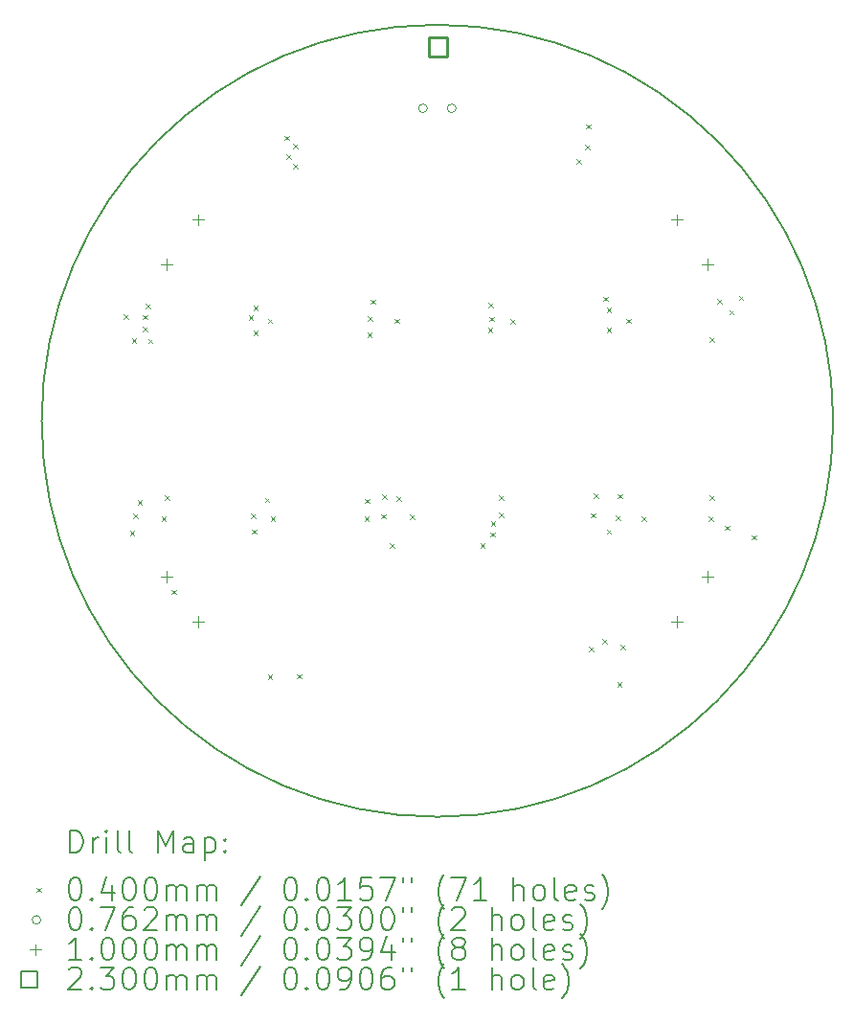
<source format=gbr>
%TF.GenerationSoftware,KiCad,Pcbnew,(6.0.7-1)-1*%
%TF.CreationDate,2022-10-21T21:52:49-07:00*%
%TF.ProjectId,ChristmasCountdown2022,43687269-7374-46d6-9173-436f756e7464,rev?*%
%TF.SameCoordinates,Original*%
%TF.FileFunction,Drillmap*%
%TF.FilePolarity,Positive*%
%FSLAX45Y45*%
G04 Gerber Fmt 4.5, Leading zero omitted, Abs format (unit mm)*
G04 Created by KiCad (PCBNEW (6.0.7-1)-1) date 2022-10-21 21:52:49*
%MOMM*%
%LPD*%
G01*
G04 APERTURE LIST*
%ADD10C,0.150000*%
%ADD11C,0.200000*%
%ADD12C,0.040000*%
%ADD13C,0.076200*%
%ADD14C,0.100000*%
%ADD15C,0.230000*%
G04 APERTURE END LIST*
D10*
X18500000Y-10000000D02*
G75*
G03*
X18500000Y-10000000I-3500000J0D01*
G01*
D11*
D12*
X12227550Y-9060000D02*
X12267550Y-9100000D01*
X12267550Y-9060000D02*
X12227550Y-9100000D01*
X12280000Y-10970000D02*
X12320000Y-11010000D01*
X12320000Y-10970000D02*
X12280000Y-11010000D01*
X12296650Y-9273375D02*
X12336650Y-9313375D01*
X12336650Y-9273375D02*
X12296650Y-9313375D01*
X12307550Y-10819453D02*
X12347550Y-10859453D01*
X12347550Y-10819453D02*
X12307550Y-10859453D01*
X12347500Y-10700000D02*
X12387500Y-10740000D01*
X12387500Y-10700000D02*
X12347500Y-10740000D01*
X12393196Y-9062470D02*
X12433196Y-9102470D01*
X12433196Y-9062470D02*
X12393196Y-9102470D01*
X12396285Y-9168020D02*
X12436285Y-9208020D01*
X12436285Y-9168020D02*
X12396285Y-9208020D01*
X12417051Y-8965409D02*
X12457051Y-9005409D01*
X12457051Y-8965409D02*
X12417051Y-9005409D01*
X12441600Y-9274740D02*
X12481600Y-9314740D01*
X12481600Y-9274740D02*
X12441600Y-9314740D01*
X12560000Y-10844950D02*
X12600000Y-10884950D01*
X12600000Y-10844950D02*
X12560000Y-10884950D01*
X12587500Y-10657500D02*
X12627500Y-10697500D01*
X12627500Y-10657500D02*
X12587500Y-10697500D01*
X12648449Y-11493474D02*
X12688449Y-11533474D01*
X12688449Y-11493474D02*
X12648449Y-11533474D01*
X13329537Y-9070596D02*
X13369537Y-9110596D01*
X13369537Y-9070596D02*
X13329537Y-9110596D01*
X13353053Y-10822019D02*
X13393053Y-10862019D01*
X13393053Y-10822019D02*
X13353053Y-10862019D01*
X13357500Y-10960000D02*
X13397500Y-11000000D01*
X13397500Y-10960000D02*
X13357500Y-11000000D01*
X13372500Y-8980000D02*
X13412500Y-9020000D01*
X13412500Y-8980000D02*
X13372500Y-9020000D01*
X13372500Y-9205000D02*
X13412500Y-9245000D01*
X13412500Y-9205000D02*
X13372500Y-9245000D01*
X13475000Y-10680000D02*
X13515000Y-10720000D01*
X13515000Y-10680000D02*
X13475000Y-10720000D01*
X13499950Y-9097906D02*
X13539950Y-9137906D01*
X13539950Y-9097906D02*
X13499950Y-9137906D01*
X13500000Y-12245000D02*
X13540000Y-12285000D01*
X13540000Y-12245000D02*
X13500000Y-12285000D01*
X13525000Y-10844950D02*
X13565000Y-10884950D01*
X13565000Y-10844950D02*
X13525000Y-10884950D01*
X13647500Y-7480000D02*
X13687500Y-7520000D01*
X13687500Y-7480000D02*
X13647500Y-7520000D01*
X13667058Y-7646836D02*
X13707058Y-7686836D01*
X13707058Y-7646836D02*
X13667058Y-7686836D01*
X13722500Y-7555000D02*
X13762500Y-7595000D01*
X13762500Y-7555000D02*
X13722500Y-7595000D01*
X13722500Y-7730000D02*
X13762500Y-7770000D01*
X13762500Y-7730000D02*
X13722500Y-7770000D01*
X13760000Y-12237500D02*
X13800000Y-12277500D01*
X13800000Y-12237500D02*
X13760000Y-12277500D01*
X14355000Y-10844950D02*
X14395000Y-10884950D01*
X14395000Y-10844950D02*
X14355000Y-10884950D01*
X14356230Y-10689950D02*
X14396230Y-10729950D01*
X14396230Y-10689950D02*
X14356230Y-10729950D01*
X14380000Y-9220000D02*
X14420000Y-9260000D01*
X14420000Y-9220000D02*
X14380000Y-9260000D01*
X14382255Y-9076099D02*
X14422255Y-9116099D01*
X14422255Y-9076099D02*
X14382255Y-9116099D01*
X14406538Y-8927567D02*
X14446538Y-8967567D01*
X14446538Y-8927567D02*
X14406538Y-8967567D01*
X14502500Y-10825000D02*
X14542500Y-10865000D01*
X14542500Y-10825000D02*
X14502500Y-10865000D01*
X14509235Y-10652550D02*
X14549235Y-10692550D01*
X14549235Y-10652550D02*
X14509235Y-10692550D01*
X14580000Y-11080000D02*
X14620000Y-11120000D01*
X14620000Y-11080000D02*
X14580000Y-11120000D01*
X14620000Y-9097950D02*
X14660000Y-9137950D01*
X14660000Y-9097950D02*
X14620000Y-9137950D01*
X14636330Y-10667990D02*
X14676330Y-10707990D01*
X14676330Y-10667990D02*
X14636330Y-10707990D01*
X14754611Y-10830000D02*
X14794611Y-10870000D01*
X14794611Y-10830000D02*
X14754611Y-10870000D01*
X15380000Y-11080000D02*
X15420000Y-11120000D01*
X15420000Y-11080000D02*
X15380000Y-11120000D01*
X15447500Y-9180000D02*
X15487500Y-9220000D01*
X15487500Y-9180000D02*
X15447500Y-9220000D01*
X15452201Y-8955000D02*
X15492201Y-8995000D01*
X15492201Y-8955000D02*
X15452201Y-8995000D01*
X15457500Y-9080000D02*
X15497500Y-9120000D01*
X15497500Y-9080000D02*
X15457500Y-9120000D01*
X15469409Y-10985044D02*
X15509409Y-11025044D01*
X15509409Y-10985044D02*
X15469409Y-11025044D01*
X15472109Y-10885130D02*
X15512109Y-10925130D01*
X15512109Y-10885130D02*
X15472109Y-10925130D01*
X15542450Y-10660000D02*
X15582450Y-10700000D01*
X15582450Y-10660000D02*
X15542450Y-10700000D01*
X15542785Y-10814454D02*
X15582785Y-10854454D01*
X15582785Y-10814454D02*
X15542785Y-10854454D01*
X15647500Y-9100000D02*
X15687500Y-9140000D01*
X15687500Y-9100000D02*
X15647500Y-9140000D01*
X16231255Y-7688745D02*
X16271255Y-7728745D01*
X16271255Y-7688745D02*
X16231255Y-7728745D01*
X16307500Y-7560000D02*
X16347500Y-7600000D01*
X16347500Y-7560000D02*
X16307500Y-7600000D01*
X16313984Y-7377874D02*
X16353984Y-7417874D01*
X16353984Y-7377874D02*
X16313984Y-7417874D01*
X16340000Y-11995000D02*
X16380000Y-12035000D01*
X16380000Y-11995000D02*
X16340000Y-12035000D01*
X16356319Y-10815050D02*
X16396319Y-10855050D01*
X16396319Y-10815050D02*
X16356319Y-10855050D01*
X16382500Y-10640050D02*
X16422500Y-10680050D01*
X16422500Y-10640050D02*
X16382500Y-10680050D01*
X16459950Y-11930000D02*
X16499950Y-11970000D01*
X16499950Y-11930000D02*
X16459950Y-11970000D01*
X16465379Y-8903035D02*
X16505379Y-8943035D01*
X16505379Y-8903035D02*
X16465379Y-8943035D01*
X16497500Y-9180000D02*
X16537500Y-9220000D01*
X16537500Y-9180000D02*
X16497500Y-9220000D01*
X16497500Y-10960000D02*
X16537500Y-11000000D01*
X16537500Y-10960000D02*
X16497500Y-11000000D01*
X16497550Y-8997666D02*
X16537550Y-9037666D01*
X16537550Y-8997666D02*
X16497550Y-9037666D01*
X16577529Y-10840050D02*
X16617529Y-10880050D01*
X16617529Y-10840050D02*
X16577529Y-10880050D01*
X16590000Y-12308450D02*
X16630000Y-12348450D01*
X16630000Y-12308450D02*
X16590000Y-12348450D01*
X16593679Y-10646219D02*
X16633679Y-10686219D01*
X16633679Y-10646219D02*
X16593679Y-10686219D01*
X16617500Y-11980000D02*
X16657500Y-12020000D01*
X16657500Y-11980000D02*
X16617500Y-12020000D01*
X16667500Y-9097950D02*
X16707500Y-9137950D01*
X16707500Y-9097950D02*
X16667500Y-9137950D01*
X16808381Y-10843438D02*
X16848381Y-10883438D01*
X16848381Y-10843438D02*
X16808381Y-10883438D01*
X17397500Y-10845000D02*
X17437500Y-10885000D01*
X17437500Y-10845000D02*
X17397500Y-10885000D01*
X17407550Y-9260000D02*
X17447550Y-9300000D01*
X17447550Y-9260000D02*
X17407550Y-9300000D01*
X17407550Y-10660000D02*
X17447550Y-10700000D01*
X17447550Y-10660000D02*
X17407550Y-10700000D01*
X17472584Y-8925400D02*
X17512584Y-8965400D01*
X17512584Y-8925400D02*
X17472584Y-8965400D01*
X17544950Y-10924950D02*
X17584950Y-10964950D01*
X17584950Y-10924950D02*
X17544950Y-10964950D01*
X17580000Y-9020000D02*
X17620000Y-9060000D01*
X17620000Y-9020000D02*
X17580000Y-9060000D01*
X17664569Y-8893050D02*
X17704569Y-8933050D01*
X17704569Y-8893050D02*
X17664569Y-8933050D01*
X17777500Y-11010000D02*
X17817500Y-11050000D01*
X17817500Y-11010000D02*
X17777500Y-11050000D01*
D13*
X14911100Y-7237801D02*
G75*
G03*
X14911100Y-7237801I-38100J0D01*
G01*
X15165100Y-7237801D02*
G75*
G03*
X15165100Y-7237801I-38100J0D01*
G01*
D14*
X12608000Y-8569000D02*
X12608000Y-8669000D01*
X12558000Y-8619000D02*
X12658000Y-8619000D01*
X12608000Y-11331000D02*
X12608000Y-11431000D01*
X12558000Y-11381000D02*
X12658000Y-11381000D01*
X12884000Y-8174000D02*
X12884000Y-8274000D01*
X12834000Y-8224000D02*
X12934000Y-8224000D01*
X12884000Y-11726000D02*
X12884000Y-11826000D01*
X12834000Y-11776000D02*
X12934000Y-11776000D01*
X17116000Y-8174000D02*
X17116000Y-8274000D01*
X17066000Y-8224000D02*
X17166000Y-8224000D01*
X17116000Y-11726000D02*
X17116000Y-11826000D01*
X17066000Y-11776000D02*
X17166000Y-11776000D01*
X17392000Y-8569000D02*
X17392000Y-8669000D01*
X17342000Y-8619000D02*
X17442000Y-8619000D01*
X17392000Y-11331000D02*
X17392000Y-11431000D01*
X17342000Y-11381000D02*
X17442000Y-11381000D01*
D15*
X15086318Y-6776318D02*
X15086318Y-6613682D01*
X14923682Y-6613682D01*
X14923682Y-6776318D01*
X15086318Y-6776318D01*
D11*
X11750119Y-13817976D02*
X11750119Y-13617976D01*
X11797738Y-13617976D01*
X11826309Y-13627500D01*
X11845357Y-13646548D01*
X11854881Y-13665595D01*
X11864405Y-13703690D01*
X11864405Y-13732262D01*
X11854881Y-13770357D01*
X11845357Y-13789405D01*
X11826309Y-13808452D01*
X11797738Y-13817976D01*
X11750119Y-13817976D01*
X11950119Y-13817976D02*
X11950119Y-13684643D01*
X11950119Y-13722738D02*
X11959643Y-13703690D01*
X11969167Y-13694167D01*
X11988214Y-13684643D01*
X12007262Y-13684643D01*
X12073928Y-13817976D02*
X12073928Y-13684643D01*
X12073928Y-13617976D02*
X12064405Y-13627500D01*
X12073928Y-13637024D01*
X12083452Y-13627500D01*
X12073928Y-13617976D01*
X12073928Y-13637024D01*
X12197738Y-13817976D02*
X12178690Y-13808452D01*
X12169167Y-13789405D01*
X12169167Y-13617976D01*
X12302500Y-13817976D02*
X12283452Y-13808452D01*
X12273928Y-13789405D01*
X12273928Y-13617976D01*
X12531071Y-13817976D02*
X12531071Y-13617976D01*
X12597738Y-13760833D01*
X12664405Y-13617976D01*
X12664405Y-13817976D01*
X12845357Y-13817976D02*
X12845357Y-13713214D01*
X12835833Y-13694167D01*
X12816786Y-13684643D01*
X12778690Y-13684643D01*
X12759643Y-13694167D01*
X12845357Y-13808452D02*
X12826309Y-13817976D01*
X12778690Y-13817976D01*
X12759643Y-13808452D01*
X12750119Y-13789405D01*
X12750119Y-13770357D01*
X12759643Y-13751309D01*
X12778690Y-13741786D01*
X12826309Y-13741786D01*
X12845357Y-13732262D01*
X12940595Y-13684643D02*
X12940595Y-13884643D01*
X12940595Y-13694167D02*
X12959643Y-13684643D01*
X12997738Y-13684643D01*
X13016786Y-13694167D01*
X13026309Y-13703690D01*
X13035833Y-13722738D01*
X13035833Y-13779881D01*
X13026309Y-13798928D01*
X13016786Y-13808452D01*
X12997738Y-13817976D01*
X12959643Y-13817976D01*
X12940595Y-13808452D01*
X13121548Y-13798928D02*
X13131071Y-13808452D01*
X13121548Y-13817976D01*
X13112024Y-13808452D01*
X13121548Y-13798928D01*
X13121548Y-13817976D01*
X13121548Y-13694167D02*
X13131071Y-13703690D01*
X13121548Y-13713214D01*
X13112024Y-13703690D01*
X13121548Y-13694167D01*
X13121548Y-13713214D01*
D12*
X11452500Y-14127500D02*
X11492500Y-14167500D01*
X11492500Y-14127500D02*
X11452500Y-14167500D01*
D11*
X11788214Y-14037976D02*
X11807262Y-14037976D01*
X11826309Y-14047500D01*
X11835833Y-14057024D01*
X11845357Y-14076071D01*
X11854881Y-14114167D01*
X11854881Y-14161786D01*
X11845357Y-14199881D01*
X11835833Y-14218928D01*
X11826309Y-14228452D01*
X11807262Y-14237976D01*
X11788214Y-14237976D01*
X11769167Y-14228452D01*
X11759643Y-14218928D01*
X11750119Y-14199881D01*
X11740595Y-14161786D01*
X11740595Y-14114167D01*
X11750119Y-14076071D01*
X11759643Y-14057024D01*
X11769167Y-14047500D01*
X11788214Y-14037976D01*
X11940595Y-14218928D02*
X11950119Y-14228452D01*
X11940595Y-14237976D01*
X11931071Y-14228452D01*
X11940595Y-14218928D01*
X11940595Y-14237976D01*
X12121548Y-14104643D02*
X12121548Y-14237976D01*
X12073928Y-14028452D02*
X12026309Y-14171309D01*
X12150119Y-14171309D01*
X12264405Y-14037976D02*
X12283452Y-14037976D01*
X12302500Y-14047500D01*
X12312024Y-14057024D01*
X12321548Y-14076071D01*
X12331071Y-14114167D01*
X12331071Y-14161786D01*
X12321548Y-14199881D01*
X12312024Y-14218928D01*
X12302500Y-14228452D01*
X12283452Y-14237976D01*
X12264405Y-14237976D01*
X12245357Y-14228452D01*
X12235833Y-14218928D01*
X12226309Y-14199881D01*
X12216786Y-14161786D01*
X12216786Y-14114167D01*
X12226309Y-14076071D01*
X12235833Y-14057024D01*
X12245357Y-14047500D01*
X12264405Y-14037976D01*
X12454881Y-14037976D02*
X12473928Y-14037976D01*
X12492976Y-14047500D01*
X12502500Y-14057024D01*
X12512024Y-14076071D01*
X12521548Y-14114167D01*
X12521548Y-14161786D01*
X12512024Y-14199881D01*
X12502500Y-14218928D01*
X12492976Y-14228452D01*
X12473928Y-14237976D01*
X12454881Y-14237976D01*
X12435833Y-14228452D01*
X12426309Y-14218928D01*
X12416786Y-14199881D01*
X12407262Y-14161786D01*
X12407262Y-14114167D01*
X12416786Y-14076071D01*
X12426309Y-14057024D01*
X12435833Y-14047500D01*
X12454881Y-14037976D01*
X12607262Y-14237976D02*
X12607262Y-14104643D01*
X12607262Y-14123690D02*
X12616786Y-14114167D01*
X12635833Y-14104643D01*
X12664405Y-14104643D01*
X12683452Y-14114167D01*
X12692976Y-14133214D01*
X12692976Y-14237976D01*
X12692976Y-14133214D02*
X12702500Y-14114167D01*
X12721548Y-14104643D01*
X12750119Y-14104643D01*
X12769167Y-14114167D01*
X12778690Y-14133214D01*
X12778690Y-14237976D01*
X12873928Y-14237976D02*
X12873928Y-14104643D01*
X12873928Y-14123690D02*
X12883452Y-14114167D01*
X12902500Y-14104643D01*
X12931071Y-14104643D01*
X12950119Y-14114167D01*
X12959643Y-14133214D01*
X12959643Y-14237976D01*
X12959643Y-14133214D02*
X12969167Y-14114167D01*
X12988214Y-14104643D01*
X13016786Y-14104643D01*
X13035833Y-14114167D01*
X13045357Y-14133214D01*
X13045357Y-14237976D01*
X13435833Y-14028452D02*
X13264405Y-14285595D01*
X13692976Y-14037976D02*
X13712024Y-14037976D01*
X13731071Y-14047500D01*
X13740595Y-14057024D01*
X13750119Y-14076071D01*
X13759643Y-14114167D01*
X13759643Y-14161786D01*
X13750119Y-14199881D01*
X13740595Y-14218928D01*
X13731071Y-14228452D01*
X13712024Y-14237976D01*
X13692976Y-14237976D01*
X13673928Y-14228452D01*
X13664405Y-14218928D01*
X13654881Y-14199881D01*
X13645357Y-14161786D01*
X13645357Y-14114167D01*
X13654881Y-14076071D01*
X13664405Y-14057024D01*
X13673928Y-14047500D01*
X13692976Y-14037976D01*
X13845357Y-14218928D02*
X13854881Y-14228452D01*
X13845357Y-14237976D01*
X13835833Y-14228452D01*
X13845357Y-14218928D01*
X13845357Y-14237976D01*
X13978690Y-14037976D02*
X13997738Y-14037976D01*
X14016786Y-14047500D01*
X14026309Y-14057024D01*
X14035833Y-14076071D01*
X14045357Y-14114167D01*
X14045357Y-14161786D01*
X14035833Y-14199881D01*
X14026309Y-14218928D01*
X14016786Y-14228452D01*
X13997738Y-14237976D01*
X13978690Y-14237976D01*
X13959643Y-14228452D01*
X13950119Y-14218928D01*
X13940595Y-14199881D01*
X13931071Y-14161786D01*
X13931071Y-14114167D01*
X13940595Y-14076071D01*
X13950119Y-14057024D01*
X13959643Y-14047500D01*
X13978690Y-14037976D01*
X14235833Y-14237976D02*
X14121548Y-14237976D01*
X14178690Y-14237976D02*
X14178690Y-14037976D01*
X14159643Y-14066548D01*
X14140595Y-14085595D01*
X14121548Y-14095119D01*
X14416786Y-14037976D02*
X14321548Y-14037976D01*
X14312024Y-14133214D01*
X14321548Y-14123690D01*
X14340595Y-14114167D01*
X14388214Y-14114167D01*
X14407262Y-14123690D01*
X14416786Y-14133214D01*
X14426309Y-14152262D01*
X14426309Y-14199881D01*
X14416786Y-14218928D01*
X14407262Y-14228452D01*
X14388214Y-14237976D01*
X14340595Y-14237976D01*
X14321548Y-14228452D01*
X14312024Y-14218928D01*
X14492976Y-14037976D02*
X14626309Y-14037976D01*
X14540595Y-14237976D01*
X14692976Y-14037976D02*
X14692976Y-14076071D01*
X14769167Y-14037976D02*
X14769167Y-14076071D01*
X15064405Y-14314167D02*
X15054881Y-14304643D01*
X15035833Y-14276071D01*
X15026309Y-14257024D01*
X15016786Y-14228452D01*
X15007262Y-14180833D01*
X15007262Y-14142738D01*
X15016786Y-14095119D01*
X15026309Y-14066548D01*
X15035833Y-14047500D01*
X15054881Y-14018928D01*
X15064405Y-14009405D01*
X15121548Y-14037976D02*
X15254881Y-14037976D01*
X15169167Y-14237976D01*
X15435833Y-14237976D02*
X15321548Y-14237976D01*
X15378690Y-14237976D02*
X15378690Y-14037976D01*
X15359643Y-14066548D01*
X15340595Y-14085595D01*
X15321548Y-14095119D01*
X15673928Y-14237976D02*
X15673928Y-14037976D01*
X15759643Y-14237976D02*
X15759643Y-14133214D01*
X15750119Y-14114167D01*
X15731071Y-14104643D01*
X15702500Y-14104643D01*
X15683452Y-14114167D01*
X15673928Y-14123690D01*
X15883452Y-14237976D02*
X15864405Y-14228452D01*
X15854881Y-14218928D01*
X15845357Y-14199881D01*
X15845357Y-14142738D01*
X15854881Y-14123690D01*
X15864405Y-14114167D01*
X15883452Y-14104643D01*
X15912024Y-14104643D01*
X15931071Y-14114167D01*
X15940595Y-14123690D01*
X15950119Y-14142738D01*
X15950119Y-14199881D01*
X15940595Y-14218928D01*
X15931071Y-14228452D01*
X15912024Y-14237976D01*
X15883452Y-14237976D01*
X16064405Y-14237976D02*
X16045357Y-14228452D01*
X16035833Y-14209405D01*
X16035833Y-14037976D01*
X16216786Y-14228452D02*
X16197738Y-14237976D01*
X16159643Y-14237976D01*
X16140595Y-14228452D01*
X16131071Y-14209405D01*
X16131071Y-14133214D01*
X16140595Y-14114167D01*
X16159643Y-14104643D01*
X16197738Y-14104643D01*
X16216786Y-14114167D01*
X16226309Y-14133214D01*
X16226309Y-14152262D01*
X16131071Y-14171309D01*
X16302500Y-14228452D02*
X16321548Y-14237976D01*
X16359643Y-14237976D01*
X16378690Y-14228452D01*
X16388214Y-14209405D01*
X16388214Y-14199881D01*
X16378690Y-14180833D01*
X16359643Y-14171309D01*
X16331071Y-14171309D01*
X16312024Y-14161786D01*
X16302500Y-14142738D01*
X16302500Y-14133214D01*
X16312024Y-14114167D01*
X16331071Y-14104643D01*
X16359643Y-14104643D01*
X16378690Y-14114167D01*
X16454881Y-14314167D02*
X16464405Y-14304643D01*
X16483452Y-14276071D01*
X16492976Y-14257024D01*
X16502500Y-14228452D01*
X16512024Y-14180833D01*
X16512024Y-14142738D01*
X16502500Y-14095119D01*
X16492976Y-14066548D01*
X16483452Y-14047500D01*
X16464405Y-14018928D01*
X16454881Y-14009405D01*
D13*
X11492500Y-14411500D02*
G75*
G03*
X11492500Y-14411500I-38100J0D01*
G01*
D11*
X11788214Y-14301976D02*
X11807262Y-14301976D01*
X11826309Y-14311500D01*
X11835833Y-14321024D01*
X11845357Y-14340071D01*
X11854881Y-14378167D01*
X11854881Y-14425786D01*
X11845357Y-14463881D01*
X11835833Y-14482928D01*
X11826309Y-14492452D01*
X11807262Y-14501976D01*
X11788214Y-14501976D01*
X11769167Y-14492452D01*
X11759643Y-14482928D01*
X11750119Y-14463881D01*
X11740595Y-14425786D01*
X11740595Y-14378167D01*
X11750119Y-14340071D01*
X11759643Y-14321024D01*
X11769167Y-14311500D01*
X11788214Y-14301976D01*
X11940595Y-14482928D02*
X11950119Y-14492452D01*
X11940595Y-14501976D01*
X11931071Y-14492452D01*
X11940595Y-14482928D01*
X11940595Y-14501976D01*
X12016786Y-14301976D02*
X12150119Y-14301976D01*
X12064405Y-14501976D01*
X12312024Y-14301976D02*
X12273928Y-14301976D01*
X12254881Y-14311500D01*
X12245357Y-14321024D01*
X12226309Y-14349595D01*
X12216786Y-14387690D01*
X12216786Y-14463881D01*
X12226309Y-14482928D01*
X12235833Y-14492452D01*
X12254881Y-14501976D01*
X12292976Y-14501976D01*
X12312024Y-14492452D01*
X12321548Y-14482928D01*
X12331071Y-14463881D01*
X12331071Y-14416262D01*
X12321548Y-14397214D01*
X12312024Y-14387690D01*
X12292976Y-14378167D01*
X12254881Y-14378167D01*
X12235833Y-14387690D01*
X12226309Y-14397214D01*
X12216786Y-14416262D01*
X12407262Y-14321024D02*
X12416786Y-14311500D01*
X12435833Y-14301976D01*
X12483452Y-14301976D01*
X12502500Y-14311500D01*
X12512024Y-14321024D01*
X12521548Y-14340071D01*
X12521548Y-14359119D01*
X12512024Y-14387690D01*
X12397738Y-14501976D01*
X12521548Y-14501976D01*
X12607262Y-14501976D02*
X12607262Y-14368643D01*
X12607262Y-14387690D02*
X12616786Y-14378167D01*
X12635833Y-14368643D01*
X12664405Y-14368643D01*
X12683452Y-14378167D01*
X12692976Y-14397214D01*
X12692976Y-14501976D01*
X12692976Y-14397214D02*
X12702500Y-14378167D01*
X12721548Y-14368643D01*
X12750119Y-14368643D01*
X12769167Y-14378167D01*
X12778690Y-14397214D01*
X12778690Y-14501976D01*
X12873928Y-14501976D02*
X12873928Y-14368643D01*
X12873928Y-14387690D02*
X12883452Y-14378167D01*
X12902500Y-14368643D01*
X12931071Y-14368643D01*
X12950119Y-14378167D01*
X12959643Y-14397214D01*
X12959643Y-14501976D01*
X12959643Y-14397214D02*
X12969167Y-14378167D01*
X12988214Y-14368643D01*
X13016786Y-14368643D01*
X13035833Y-14378167D01*
X13045357Y-14397214D01*
X13045357Y-14501976D01*
X13435833Y-14292452D02*
X13264405Y-14549595D01*
X13692976Y-14301976D02*
X13712024Y-14301976D01*
X13731071Y-14311500D01*
X13740595Y-14321024D01*
X13750119Y-14340071D01*
X13759643Y-14378167D01*
X13759643Y-14425786D01*
X13750119Y-14463881D01*
X13740595Y-14482928D01*
X13731071Y-14492452D01*
X13712024Y-14501976D01*
X13692976Y-14501976D01*
X13673928Y-14492452D01*
X13664405Y-14482928D01*
X13654881Y-14463881D01*
X13645357Y-14425786D01*
X13645357Y-14378167D01*
X13654881Y-14340071D01*
X13664405Y-14321024D01*
X13673928Y-14311500D01*
X13692976Y-14301976D01*
X13845357Y-14482928D02*
X13854881Y-14492452D01*
X13845357Y-14501976D01*
X13835833Y-14492452D01*
X13845357Y-14482928D01*
X13845357Y-14501976D01*
X13978690Y-14301976D02*
X13997738Y-14301976D01*
X14016786Y-14311500D01*
X14026309Y-14321024D01*
X14035833Y-14340071D01*
X14045357Y-14378167D01*
X14045357Y-14425786D01*
X14035833Y-14463881D01*
X14026309Y-14482928D01*
X14016786Y-14492452D01*
X13997738Y-14501976D01*
X13978690Y-14501976D01*
X13959643Y-14492452D01*
X13950119Y-14482928D01*
X13940595Y-14463881D01*
X13931071Y-14425786D01*
X13931071Y-14378167D01*
X13940595Y-14340071D01*
X13950119Y-14321024D01*
X13959643Y-14311500D01*
X13978690Y-14301976D01*
X14112024Y-14301976D02*
X14235833Y-14301976D01*
X14169167Y-14378167D01*
X14197738Y-14378167D01*
X14216786Y-14387690D01*
X14226309Y-14397214D01*
X14235833Y-14416262D01*
X14235833Y-14463881D01*
X14226309Y-14482928D01*
X14216786Y-14492452D01*
X14197738Y-14501976D01*
X14140595Y-14501976D01*
X14121548Y-14492452D01*
X14112024Y-14482928D01*
X14359643Y-14301976D02*
X14378690Y-14301976D01*
X14397738Y-14311500D01*
X14407262Y-14321024D01*
X14416786Y-14340071D01*
X14426309Y-14378167D01*
X14426309Y-14425786D01*
X14416786Y-14463881D01*
X14407262Y-14482928D01*
X14397738Y-14492452D01*
X14378690Y-14501976D01*
X14359643Y-14501976D01*
X14340595Y-14492452D01*
X14331071Y-14482928D01*
X14321548Y-14463881D01*
X14312024Y-14425786D01*
X14312024Y-14378167D01*
X14321548Y-14340071D01*
X14331071Y-14321024D01*
X14340595Y-14311500D01*
X14359643Y-14301976D01*
X14550119Y-14301976D02*
X14569167Y-14301976D01*
X14588214Y-14311500D01*
X14597738Y-14321024D01*
X14607262Y-14340071D01*
X14616786Y-14378167D01*
X14616786Y-14425786D01*
X14607262Y-14463881D01*
X14597738Y-14482928D01*
X14588214Y-14492452D01*
X14569167Y-14501976D01*
X14550119Y-14501976D01*
X14531071Y-14492452D01*
X14521548Y-14482928D01*
X14512024Y-14463881D01*
X14502500Y-14425786D01*
X14502500Y-14378167D01*
X14512024Y-14340071D01*
X14521548Y-14321024D01*
X14531071Y-14311500D01*
X14550119Y-14301976D01*
X14692976Y-14301976D02*
X14692976Y-14340071D01*
X14769167Y-14301976D02*
X14769167Y-14340071D01*
X15064405Y-14578167D02*
X15054881Y-14568643D01*
X15035833Y-14540071D01*
X15026309Y-14521024D01*
X15016786Y-14492452D01*
X15007262Y-14444833D01*
X15007262Y-14406738D01*
X15016786Y-14359119D01*
X15026309Y-14330548D01*
X15035833Y-14311500D01*
X15054881Y-14282928D01*
X15064405Y-14273405D01*
X15131071Y-14321024D02*
X15140595Y-14311500D01*
X15159643Y-14301976D01*
X15207262Y-14301976D01*
X15226309Y-14311500D01*
X15235833Y-14321024D01*
X15245357Y-14340071D01*
X15245357Y-14359119D01*
X15235833Y-14387690D01*
X15121548Y-14501976D01*
X15245357Y-14501976D01*
X15483452Y-14501976D02*
X15483452Y-14301976D01*
X15569167Y-14501976D02*
X15569167Y-14397214D01*
X15559643Y-14378167D01*
X15540595Y-14368643D01*
X15512024Y-14368643D01*
X15492976Y-14378167D01*
X15483452Y-14387690D01*
X15692976Y-14501976D02*
X15673928Y-14492452D01*
X15664405Y-14482928D01*
X15654881Y-14463881D01*
X15654881Y-14406738D01*
X15664405Y-14387690D01*
X15673928Y-14378167D01*
X15692976Y-14368643D01*
X15721548Y-14368643D01*
X15740595Y-14378167D01*
X15750119Y-14387690D01*
X15759643Y-14406738D01*
X15759643Y-14463881D01*
X15750119Y-14482928D01*
X15740595Y-14492452D01*
X15721548Y-14501976D01*
X15692976Y-14501976D01*
X15873928Y-14501976D02*
X15854881Y-14492452D01*
X15845357Y-14473405D01*
X15845357Y-14301976D01*
X16026309Y-14492452D02*
X16007262Y-14501976D01*
X15969167Y-14501976D01*
X15950119Y-14492452D01*
X15940595Y-14473405D01*
X15940595Y-14397214D01*
X15950119Y-14378167D01*
X15969167Y-14368643D01*
X16007262Y-14368643D01*
X16026309Y-14378167D01*
X16035833Y-14397214D01*
X16035833Y-14416262D01*
X15940595Y-14435309D01*
X16112024Y-14492452D02*
X16131071Y-14501976D01*
X16169167Y-14501976D01*
X16188214Y-14492452D01*
X16197738Y-14473405D01*
X16197738Y-14463881D01*
X16188214Y-14444833D01*
X16169167Y-14435309D01*
X16140595Y-14435309D01*
X16121548Y-14425786D01*
X16112024Y-14406738D01*
X16112024Y-14397214D01*
X16121548Y-14378167D01*
X16140595Y-14368643D01*
X16169167Y-14368643D01*
X16188214Y-14378167D01*
X16264405Y-14578167D02*
X16273928Y-14568643D01*
X16292976Y-14540071D01*
X16302500Y-14521024D01*
X16312024Y-14492452D01*
X16321548Y-14444833D01*
X16321548Y-14406738D01*
X16312024Y-14359119D01*
X16302500Y-14330548D01*
X16292976Y-14311500D01*
X16273928Y-14282928D01*
X16264405Y-14273405D01*
D14*
X11442500Y-14625500D02*
X11442500Y-14725500D01*
X11392500Y-14675500D02*
X11492500Y-14675500D01*
D11*
X11854881Y-14765976D02*
X11740595Y-14765976D01*
X11797738Y-14765976D02*
X11797738Y-14565976D01*
X11778690Y-14594548D01*
X11759643Y-14613595D01*
X11740595Y-14623119D01*
X11940595Y-14746928D02*
X11950119Y-14756452D01*
X11940595Y-14765976D01*
X11931071Y-14756452D01*
X11940595Y-14746928D01*
X11940595Y-14765976D01*
X12073928Y-14565976D02*
X12092976Y-14565976D01*
X12112024Y-14575500D01*
X12121548Y-14585024D01*
X12131071Y-14604071D01*
X12140595Y-14642167D01*
X12140595Y-14689786D01*
X12131071Y-14727881D01*
X12121548Y-14746928D01*
X12112024Y-14756452D01*
X12092976Y-14765976D01*
X12073928Y-14765976D01*
X12054881Y-14756452D01*
X12045357Y-14746928D01*
X12035833Y-14727881D01*
X12026309Y-14689786D01*
X12026309Y-14642167D01*
X12035833Y-14604071D01*
X12045357Y-14585024D01*
X12054881Y-14575500D01*
X12073928Y-14565976D01*
X12264405Y-14565976D02*
X12283452Y-14565976D01*
X12302500Y-14575500D01*
X12312024Y-14585024D01*
X12321548Y-14604071D01*
X12331071Y-14642167D01*
X12331071Y-14689786D01*
X12321548Y-14727881D01*
X12312024Y-14746928D01*
X12302500Y-14756452D01*
X12283452Y-14765976D01*
X12264405Y-14765976D01*
X12245357Y-14756452D01*
X12235833Y-14746928D01*
X12226309Y-14727881D01*
X12216786Y-14689786D01*
X12216786Y-14642167D01*
X12226309Y-14604071D01*
X12235833Y-14585024D01*
X12245357Y-14575500D01*
X12264405Y-14565976D01*
X12454881Y-14565976D02*
X12473928Y-14565976D01*
X12492976Y-14575500D01*
X12502500Y-14585024D01*
X12512024Y-14604071D01*
X12521548Y-14642167D01*
X12521548Y-14689786D01*
X12512024Y-14727881D01*
X12502500Y-14746928D01*
X12492976Y-14756452D01*
X12473928Y-14765976D01*
X12454881Y-14765976D01*
X12435833Y-14756452D01*
X12426309Y-14746928D01*
X12416786Y-14727881D01*
X12407262Y-14689786D01*
X12407262Y-14642167D01*
X12416786Y-14604071D01*
X12426309Y-14585024D01*
X12435833Y-14575500D01*
X12454881Y-14565976D01*
X12607262Y-14765976D02*
X12607262Y-14632643D01*
X12607262Y-14651690D02*
X12616786Y-14642167D01*
X12635833Y-14632643D01*
X12664405Y-14632643D01*
X12683452Y-14642167D01*
X12692976Y-14661214D01*
X12692976Y-14765976D01*
X12692976Y-14661214D02*
X12702500Y-14642167D01*
X12721548Y-14632643D01*
X12750119Y-14632643D01*
X12769167Y-14642167D01*
X12778690Y-14661214D01*
X12778690Y-14765976D01*
X12873928Y-14765976D02*
X12873928Y-14632643D01*
X12873928Y-14651690D02*
X12883452Y-14642167D01*
X12902500Y-14632643D01*
X12931071Y-14632643D01*
X12950119Y-14642167D01*
X12959643Y-14661214D01*
X12959643Y-14765976D01*
X12959643Y-14661214D02*
X12969167Y-14642167D01*
X12988214Y-14632643D01*
X13016786Y-14632643D01*
X13035833Y-14642167D01*
X13045357Y-14661214D01*
X13045357Y-14765976D01*
X13435833Y-14556452D02*
X13264405Y-14813595D01*
X13692976Y-14565976D02*
X13712024Y-14565976D01*
X13731071Y-14575500D01*
X13740595Y-14585024D01*
X13750119Y-14604071D01*
X13759643Y-14642167D01*
X13759643Y-14689786D01*
X13750119Y-14727881D01*
X13740595Y-14746928D01*
X13731071Y-14756452D01*
X13712024Y-14765976D01*
X13692976Y-14765976D01*
X13673928Y-14756452D01*
X13664405Y-14746928D01*
X13654881Y-14727881D01*
X13645357Y-14689786D01*
X13645357Y-14642167D01*
X13654881Y-14604071D01*
X13664405Y-14585024D01*
X13673928Y-14575500D01*
X13692976Y-14565976D01*
X13845357Y-14746928D02*
X13854881Y-14756452D01*
X13845357Y-14765976D01*
X13835833Y-14756452D01*
X13845357Y-14746928D01*
X13845357Y-14765976D01*
X13978690Y-14565976D02*
X13997738Y-14565976D01*
X14016786Y-14575500D01*
X14026309Y-14585024D01*
X14035833Y-14604071D01*
X14045357Y-14642167D01*
X14045357Y-14689786D01*
X14035833Y-14727881D01*
X14026309Y-14746928D01*
X14016786Y-14756452D01*
X13997738Y-14765976D01*
X13978690Y-14765976D01*
X13959643Y-14756452D01*
X13950119Y-14746928D01*
X13940595Y-14727881D01*
X13931071Y-14689786D01*
X13931071Y-14642167D01*
X13940595Y-14604071D01*
X13950119Y-14585024D01*
X13959643Y-14575500D01*
X13978690Y-14565976D01*
X14112024Y-14565976D02*
X14235833Y-14565976D01*
X14169167Y-14642167D01*
X14197738Y-14642167D01*
X14216786Y-14651690D01*
X14226309Y-14661214D01*
X14235833Y-14680262D01*
X14235833Y-14727881D01*
X14226309Y-14746928D01*
X14216786Y-14756452D01*
X14197738Y-14765976D01*
X14140595Y-14765976D01*
X14121548Y-14756452D01*
X14112024Y-14746928D01*
X14331071Y-14765976D02*
X14369167Y-14765976D01*
X14388214Y-14756452D01*
X14397738Y-14746928D01*
X14416786Y-14718357D01*
X14426309Y-14680262D01*
X14426309Y-14604071D01*
X14416786Y-14585024D01*
X14407262Y-14575500D01*
X14388214Y-14565976D01*
X14350119Y-14565976D01*
X14331071Y-14575500D01*
X14321548Y-14585024D01*
X14312024Y-14604071D01*
X14312024Y-14651690D01*
X14321548Y-14670738D01*
X14331071Y-14680262D01*
X14350119Y-14689786D01*
X14388214Y-14689786D01*
X14407262Y-14680262D01*
X14416786Y-14670738D01*
X14426309Y-14651690D01*
X14597738Y-14632643D02*
X14597738Y-14765976D01*
X14550119Y-14556452D02*
X14502500Y-14699309D01*
X14626309Y-14699309D01*
X14692976Y-14565976D02*
X14692976Y-14604071D01*
X14769167Y-14565976D02*
X14769167Y-14604071D01*
X15064405Y-14842167D02*
X15054881Y-14832643D01*
X15035833Y-14804071D01*
X15026309Y-14785024D01*
X15016786Y-14756452D01*
X15007262Y-14708833D01*
X15007262Y-14670738D01*
X15016786Y-14623119D01*
X15026309Y-14594548D01*
X15035833Y-14575500D01*
X15054881Y-14546928D01*
X15064405Y-14537405D01*
X15169167Y-14651690D02*
X15150119Y-14642167D01*
X15140595Y-14632643D01*
X15131071Y-14613595D01*
X15131071Y-14604071D01*
X15140595Y-14585024D01*
X15150119Y-14575500D01*
X15169167Y-14565976D01*
X15207262Y-14565976D01*
X15226309Y-14575500D01*
X15235833Y-14585024D01*
X15245357Y-14604071D01*
X15245357Y-14613595D01*
X15235833Y-14632643D01*
X15226309Y-14642167D01*
X15207262Y-14651690D01*
X15169167Y-14651690D01*
X15150119Y-14661214D01*
X15140595Y-14670738D01*
X15131071Y-14689786D01*
X15131071Y-14727881D01*
X15140595Y-14746928D01*
X15150119Y-14756452D01*
X15169167Y-14765976D01*
X15207262Y-14765976D01*
X15226309Y-14756452D01*
X15235833Y-14746928D01*
X15245357Y-14727881D01*
X15245357Y-14689786D01*
X15235833Y-14670738D01*
X15226309Y-14661214D01*
X15207262Y-14651690D01*
X15483452Y-14765976D02*
X15483452Y-14565976D01*
X15569167Y-14765976D02*
X15569167Y-14661214D01*
X15559643Y-14642167D01*
X15540595Y-14632643D01*
X15512024Y-14632643D01*
X15492976Y-14642167D01*
X15483452Y-14651690D01*
X15692976Y-14765976D02*
X15673928Y-14756452D01*
X15664405Y-14746928D01*
X15654881Y-14727881D01*
X15654881Y-14670738D01*
X15664405Y-14651690D01*
X15673928Y-14642167D01*
X15692976Y-14632643D01*
X15721548Y-14632643D01*
X15740595Y-14642167D01*
X15750119Y-14651690D01*
X15759643Y-14670738D01*
X15759643Y-14727881D01*
X15750119Y-14746928D01*
X15740595Y-14756452D01*
X15721548Y-14765976D01*
X15692976Y-14765976D01*
X15873928Y-14765976D02*
X15854881Y-14756452D01*
X15845357Y-14737405D01*
X15845357Y-14565976D01*
X16026309Y-14756452D02*
X16007262Y-14765976D01*
X15969167Y-14765976D01*
X15950119Y-14756452D01*
X15940595Y-14737405D01*
X15940595Y-14661214D01*
X15950119Y-14642167D01*
X15969167Y-14632643D01*
X16007262Y-14632643D01*
X16026309Y-14642167D01*
X16035833Y-14661214D01*
X16035833Y-14680262D01*
X15940595Y-14699309D01*
X16112024Y-14756452D02*
X16131071Y-14765976D01*
X16169167Y-14765976D01*
X16188214Y-14756452D01*
X16197738Y-14737405D01*
X16197738Y-14727881D01*
X16188214Y-14708833D01*
X16169167Y-14699309D01*
X16140595Y-14699309D01*
X16121548Y-14689786D01*
X16112024Y-14670738D01*
X16112024Y-14661214D01*
X16121548Y-14642167D01*
X16140595Y-14632643D01*
X16169167Y-14632643D01*
X16188214Y-14642167D01*
X16264405Y-14842167D02*
X16273928Y-14832643D01*
X16292976Y-14804071D01*
X16302500Y-14785024D01*
X16312024Y-14756452D01*
X16321548Y-14708833D01*
X16321548Y-14670738D01*
X16312024Y-14623119D01*
X16302500Y-14594548D01*
X16292976Y-14575500D01*
X16273928Y-14546928D01*
X16264405Y-14537405D01*
X11463211Y-15010211D02*
X11463211Y-14868789D01*
X11321789Y-14868789D01*
X11321789Y-15010211D01*
X11463211Y-15010211D01*
X11740595Y-14849024D02*
X11750119Y-14839500D01*
X11769167Y-14829976D01*
X11816786Y-14829976D01*
X11835833Y-14839500D01*
X11845357Y-14849024D01*
X11854881Y-14868071D01*
X11854881Y-14887119D01*
X11845357Y-14915690D01*
X11731071Y-15029976D01*
X11854881Y-15029976D01*
X11940595Y-15010928D02*
X11950119Y-15020452D01*
X11940595Y-15029976D01*
X11931071Y-15020452D01*
X11940595Y-15010928D01*
X11940595Y-15029976D01*
X12016786Y-14829976D02*
X12140595Y-14829976D01*
X12073928Y-14906167D01*
X12102500Y-14906167D01*
X12121548Y-14915690D01*
X12131071Y-14925214D01*
X12140595Y-14944262D01*
X12140595Y-14991881D01*
X12131071Y-15010928D01*
X12121548Y-15020452D01*
X12102500Y-15029976D01*
X12045357Y-15029976D01*
X12026309Y-15020452D01*
X12016786Y-15010928D01*
X12264405Y-14829976D02*
X12283452Y-14829976D01*
X12302500Y-14839500D01*
X12312024Y-14849024D01*
X12321548Y-14868071D01*
X12331071Y-14906167D01*
X12331071Y-14953786D01*
X12321548Y-14991881D01*
X12312024Y-15010928D01*
X12302500Y-15020452D01*
X12283452Y-15029976D01*
X12264405Y-15029976D01*
X12245357Y-15020452D01*
X12235833Y-15010928D01*
X12226309Y-14991881D01*
X12216786Y-14953786D01*
X12216786Y-14906167D01*
X12226309Y-14868071D01*
X12235833Y-14849024D01*
X12245357Y-14839500D01*
X12264405Y-14829976D01*
X12454881Y-14829976D02*
X12473928Y-14829976D01*
X12492976Y-14839500D01*
X12502500Y-14849024D01*
X12512024Y-14868071D01*
X12521548Y-14906167D01*
X12521548Y-14953786D01*
X12512024Y-14991881D01*
X12502500Y-15010928D01*
X12492976Y-15020452D01*
X12473928Y-15029976D01*
X12454881Y-15029976D01*
X12435833Y-15020452D01*
X12426309Y-15010928D01*
X12416786Y-14991881D01*
X12407262Y-14953786D01*
X12407262Y-14906167D01*
X12416786Y-14868071D01*
X12426309Y-14849024D01*
X12435833Y-14839500D01*
X12454881Y-14829976D01*
X12607262Y-15029976D02*
X12607262Y-14896643D01*
X12607262Y-14915690D02*
X12616786Y-14906167D01*
X12635833Y-14896643D01*
X12664405Y-14896643D01*
X12683452Y-14906167D01*
X12692976Y-14925214D01*
X12692976Y-15029976D01*
X12692976Y-14925214D02*
X12702500Y-14906167D01*
X12721548Y-14896643D01*
X12750119Y-14896643D01*
X12769167Y-14906167D01*
X12778690Y-14925214D01*
X12778690Y-15029976D01*
X12873928Y-15029976D02*
X12873928Y-14896643D01*
X12873928Y-14915690D02*
X12883452Y-14906167D01*
X12902500Y-14896643D01*
X12931071Y-14896643D01*
X12950119Y-14906167D01*
X12959643Y-14925214D01*
X12959643Y-15029976D01*
X12959643Y-14925214D02*
X12969167Y-14906167D01*
X12988214Y-14896643D01*
X13016786Y-14896643D01*
X13035833Y-14906167D01*
X13045357Y-14925214D01*
X13045357Y-15029976D01*
X13435833Y-14820452D02*
X13264405Y-15077595D01*
X13692976Y-14829976D02*
X13712024Y-14829976D01*
X13731071Y-14839500D01*
X13740595Y-14849024D01*
X13750119Y-14868071D01*
X13759643Y-14906167D01*
X13759643Y-14953786D01*
X13750119Y-14991881D01*
X13740595Y-15010928D01*
X13731071Y-15020452D01*
X13712024Y-15029976D01*
X13692976Y-15029976D01*
X13673928Y-15020452D01*
X13664405Y-15010928D01*
X13654881Y-14991881D01*
X13645357Y-14953786D01*
X13645357Y-14906167D01*
X13654881Y-14868071D01*
X13664405Y-14849024D01*
X13673928Y-14839500D01*
X13692976Y-14829976D01*
X13845357Y-15010928D02*
X13854881Y-15020452D01*
X13845357Y-15029976D01*
X13835833Y-15020452D01*
X13845357Y-15010928D01*
X13845357Y-15029976D01*
X13978690Y-14829976D02*
X13997738Y-14829976D01*
X14016786Y-14839500D01*
X14026309Y-14849024D01*
X14035833Y-14868071D01*
X14045357Y-14906167D01*
X14045357Y-14953786D01*
X14035833Y-14991881D01*
X14026309Y-15010928D01*
X14016786Y-15020452D01*
X13997738Y-15029976D01*
X13978690Y-15029976D01*
X13959643Y-15020452D01*
X13950119Y-15010928D01*
X13940595Y-14991881D01*
X13931071Y-14953786D01*
X13931071Y-14906167D01*
X13940595Y-14868071D01*
X13950119Y-14849024D01*
X13959643Y-14839500D01*
X13978690Y-14829976D01*
X14140595Y-15029976D02*
X14178690Y-15029976D01*
X14197738Y-15020452D01*
X14207262Y-15010928D01*
X14226309Y-14982357D01*
X14235833Y-14944262D01*
X14235833Y-14868071D01*
X14226309Y-14849024D01*
X14216786Y-14839500D01*
X14197738Y-14829976D01*
X14159643Y-14829976D01*
X14140595Y-14839500D01*
X14131071Y-14849024D01*
X14121548Y-14868071D01*
X14121548Y-14915690D01*
X14131071Y-14934738D01*
X14140595Y-14944262D01*
X14159643Y-14953786D01*
X14197738Y-14953786D01*
X14216786Y-14944262D01*
X14226309Y-14934738D01*
X14235833Y-14915690D01*
X14359643Y-14829976D02*
X14378690Y-14829976D01*
X14397738Y-14839500D01*
X14407262Y-14849024D01*
X14416786Y-14868071D01*
X14426309Y-14906167D01*
X14426309Y-14953786D01*
X14416786Y-14991881D01*
X14407262Y-15010928D01*
X14397738Y-15020452D01*
X14378690Y-15029976D01*
X14359643Y-15029976D01*
X14340595Y-15020452D01*
X14331071Y-15010928D01*
X14321548Y-14991881D01*
X14312024Y-14953786D01*
X14312024Y-14906167D01*
X14321548Y-14868071D01*
X14331071Y-14849024D01*
X14340595Y-14839500D01*
X14359643Y-14829976D01*
X14597738Y-14829976D02*
X14559643Y-14829976D01*
X14540595Y-14839500D01*
X14531071Y-14849024D01*
X14512024Y-14877595D01*
X14502500Y-14915690D01*
X14502500Y-14991881D01*
X14512024Y-15010928D01*
X14521548Y-15020452D01*
X14540595Y-15029976D01*
X14578690Y-15029976D01*
X14597738Y-15020452D01*
X14607262Y-15010928D01*
X14616786Y-14991881D01*
X14616786Y-14944262D01*
X14607262Y-14925214D01*
X14597738Y-14915690D01*
X14578690Y-14906167D01*
X14540595Y-14906167D01*
X14521548Y-14915690D01*
X14512024Y-14925214D01*
X14502500Y-14944262D01*
X14692976Y-14829976D02*
X14692976Y-14868071D01*
X14769167Y-14829976D02*
X14769167Y-14868071D01*
X15064405Y-15106167D02*
X15054881Y-15096643D01*
X15035833Y-15068071D01*
X15026309Y-15049024D01*
X15016786Y-15020452D01*
X15007262Y-14972833D01*
X15007262Y-14934738D01*
X15016786Y-14887119D01*
X15026309Y-14858548D01*
X15035833Y-14839500D01*
X15054881Y-14810928D01*
X15064405Y-14801405D01*
X15245357Y-15029976D02*
X15131071Y-15029976D01*
X15188214Y-15029976D02*
X15188214Y-14829976D01*
X15169167Y-14858548D01*
X15150119Y-14877595D01*
X15131071Y-14887119D01*
X15483452Y-15029976D02*
X15483452Y-14829976D01*
X15569167Y-15029976D02*
X15569167Y-14925214D01*
X15559643Y-14906167D01*
X15540595Y-14896643D01*
X15512024Y-14896643D01*
X15492976Y-14906167D01*
X15483452Y-14915690D01*
X15692976Y-15029976D02*
X15673928Y-15020452D01*
X15664405Y-15010928D01*
X15654881Y-14991881D01*
X15654881Y-14934738D01*
X15664405Y-14915690D01*
X15673928Y-14906167D01*
X15692976Y-14896643D01*
X15721548Y-14896643D01*
X15740595Y-14906167D01*
X15750119Y-14915690D01*
X15759643Y-14934738D01*
X15759643Y-14991881D01*
X15750119Y-15010928D01*
X15740595Y-15020452D01*
X15721548Y-15029976D01*
X15692976Y-15029976D01*
X15873928Y-15029976D02*
X15854881Y-15020452D01*
X15845357Y-15001405D01*
X15845357Y-14829976D01*
X16026309Y-15020452D02*
X16007262Y-15029976D01*
X15969167Y-15029976D01*
X15950119Y-15020452D01*
X15940595Y-15001405D01*
X15940595Y-14925214D01*
X15950119Y-14906167D01*
X15969167Y-14896643D01*
X16007262Y-14896643D01*
X16026309Y-14906167D01*
X16035833Y-14925214D01*
X16035833Y-14944262D01*
X15940595Y-14963309D01*
X16102500Y-15106167D02*
X16112024Y-15096643D01*
X16131071Y-15068071D01*
X16140595Y-15049024D01*
X16150119Y-15020452D01*
X16159643Y-14972833D01*
X16159643Y-14934738D01*
X16150119Y-14887119D01*
X16140595Y-14858548D01*
X16131071Y-14839500D01*
X16112024Y-14810928D01*
X16102500Y-14801405D01*
M02*

</source>
